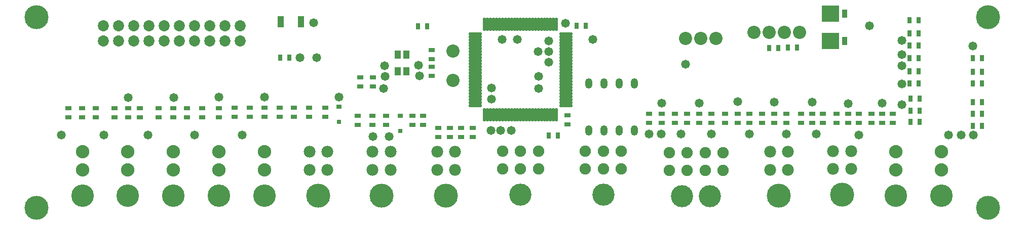
<source format=gts>
G04 Layer_Color=8388736*
%FSLAX44Y44*%
%MOMM*%
G71*
G01*
G75*
%ADD39R,0.7032X1.0032*%
%ADD40R,1.0032X0.7032*%
%ADD41O,0.5032X2.3032*%
%ADD42O,2.3032X0.5032*%
%ADD43R,2.8702X2.7432*%
%ADD44R,0.9652X1.4732*%
%ADD45R,1.0032X1.9032*%
%ADD46R,0.9532X0.7532*%
%ADD47R,0.7032X0.7532*%
%ADD48R,1.1032X1.4032*%
%ADD49C,1.9032*%
%ADD50C,3.7032*%
%ADD51C,4.0132*%
%ADD52C,2.2352*%
%ADD53C,3.7592*%
%ADD54C,1.9812*%
%ADD55C,1.8542*%
%ADD56C,2.2032*%
%ADD57O,1.2192X1.7272*%
%ADD58C,1.4732*%
D39*
X699890Y368300D02*
D03*
X714890D02*
D03*
X933330Y185420D02*
D03*
X918330D02*
D03*
X1641990Y222250D02*
D03*
X1626990D02*
D03*
X1521580Y273050D02*
D03*
X1536580D02*
D03*
X485020Y316230D02*
D03*
X470020D02*
D03*
X1537850Y227330D02*
D03*
X1522850D02*
D03*
X1536580Y356870D02*
D03*
X1521580D02*
D03*
X1641990Y201930D02*
D03*
X1626990D02*
D03*
Y314960D02*
D03*
X1641990D02*
D03*
X1521580D02*
D03*
X1536580D02*
D03*
Y378460D02*
D03*
X1521580D02*
D03*
X1318380Y332740D02*
D03*
X1333380D02*
D03*
X1521580Y293370D02*
D03*
X1536580D02*
D03*
X1641990Y292100D02*
D03*
X1626990D02*
D03*
X1537850Y208280D02*
D03*
X1522850D02*
D03*
X1626990Y241300D02*
D03*
X1641990D02*
D03*
X1537850Y247650D02*
D03*
X1522850D02*
D03*
X1286660Y332270D02*
D03*
X1301660D02*
D03*
X1536580Y336550D02*
D03*
X1521580D02*
D03*
X1641990Y273050D02*
D03*
X1626990D02*
D03*
X980320Y369570D02*
D03*
X965320D02*
D03*
D40*
X949960Y204590D02*
D03*
Y219590D02*
D03*
X722630Y300870D02*
D03*
Y285870D02*
D03*
X623570Y203320D02*
D03*
Y218320D02*
D03*
X1085850Y222130D02*
D03*
Y207130D02*
D03*
X443230Y232290D02*
D03*
Y217290D02*
D03*
X393700Y232290D02*
D03*
Y217290D02*
D03*
X115570Y231020D02*
D03*
Y216020D02*
D03*
X138430Y231020D02*
D03*
Y216020D02*
D03*
X492760Y232290D02*
D03*
Y217290D02*
D03*
X1275080Y222130D02*
D03*
Y207130D02*
D03*
X193040Y231020D02*
D03*
Y216020D02*
D03*
X1436370Y222130D02*
D03*
Y207130D02*
D03*
X1129030Y222130D02*
D03*
Y207130D02*
D03*
X1212850Y222130D02*
D03*
Y207130D02*
D03*
X1457960Y222130D02*
D03*
Y207130D02*
D03*
X468630Y232290D02*
D03*
Y217290D02*
D03*
X722630Y313810D02*
D03*
Y328810D02*
D03*
X234950Y216020D02*
D03*
Y231020D02*
D03*
X1169670Y222130D02*
D03*
Y207130D02*
D03*
X290830Y231020D02*
D03*
Y216020D02*
D03*
X1358900Y222130D02*
D03*
Y207130D02*
D03*
X599440Y203320D02*
D03*
Y218320D02*
D03*
X603250Y283090D02*
D03*
Y268090D02*
D03*
X544830Y232290D02*
D03*
Y217290D02*
D03*
X1234440Y222130D02*
D03*
Y207130D02*
D03*
X753110Y183000D02*
D03*
Y198000D02*
D03*
X646430Y218320D02*
D03*
Y203320D02*
D03*
X1399540Y222130D02*
D03*
Y207130D02*
D03*
X1493520Y222130D02*
D03*
Y207130D02*
D03*
X791210Y183000D02*
D03*
Y198000D02*
D03*
X772160Y183000D02*
D03*
Y198000D02*
D03*
X1189990Y222130D02*
D03*
Y207130D02*
D03*
X690880Y203320D02*
D03*
Y218320D02*
D03*
X1475740Y222130D02*
D03*
Y207130D02*
D03*
X624840Y283090D02*
D03*
Y268090D02*
D03*
X518160Y232290D02*
D03*
Y217290D02*
D03*
X1107440Y222130D02*
D03*
Y207130D02*
D03*
X215900Y231020D02*
D03*
Y216020D02*
D03*
X1253490Y222130D02*
D03*
Y207130D02*
D03*
X266700Y231020D02*
D03*
Y216020D02*
D03*
X1376680Y222130D02*
D03*
Y207130D02*
D03*
X1295400Y222130D02*
D03*
Y207130D02*
D03*
X1418590Y222130D02*
D03*
Y207130D02*
D03*
X419100Y232290D02*
D03*
Y217290D02*
D03*
X708660Y218320D02*
D03*
Y203320D02*
D03*
X367030Y231020D02*
D03*
Y216020D02*
D03*
X339090Y231020D02*
D03*
Y216020D02*
D03*
X161290D02*
D03*
Y231020D02*
D03*
X313690Y216020D02*
D03*
Y231020D02*
D03*
X734060Y183000D02*
D03*
Y198000D02*
D03*
X1315720Y222130D02*
D03*
Y207130D02*
D03*
X1149350Y222130D02*
D03*
Y207130D02*
D03*
X1339850Y222130D02*
D03*
Y207130D02*
D03*
D41*
X811220Y371910D02*
D03*
X816220D02*
D03*
X821220D02*
D03*
X826220D02*
D03*
X831220D02*
D03*
X836220D02*
D03*
X841220D02*
D03*
X846220D02*
D03*
X851220D02*
D03*
X856220D02*
D03*
X861220D02*
D03*
X866220D02*
D03*
X871220D02*
D03*
X876220D02*
D03*
X881220D02*
D03*
X886220D02*
D03*
X891220D02*
D03*
X896220D02*
D03*
X901220D02*
D03*
X906220D02*
D03*
X911220D02*
D03*
X916220D02*
D03*
X921220D02*
D03*
X926220D02*
D03*
X931220D02*
D03*
Y219910D02*
D03*
X926220D02*
D03*
X921220D02*
D03*
X916220D02*
D03*
X911220D02*
D03*
X906220D02*
D03*
X901220D02*
D03*
X896220D02*
D03*
X891220D02*
D03*
X886220D02*
D03*
X881220D02*
D03*
X876220D02*
D03*
X871220D02*
D03*
X866220D02*
D03*
X861220D02*
D03*
X856220D02*
D03*
X851220D02*
D03*
X846220D02*
D03*
X841220D02*
D03*
X836220D02*
D03*
X831220D02*
D03*
X826220D02*
D03*
X821220D02*
D03*
X816220D02*
D03*
X811220D02*
D03*
D42*
X947220Y355910D02*
D03*
Y350910D02*
D03*
Y345910D02*
D03*
Y340910D02*
D03*
Y335910D02*
D03*
Y330910D02*
D03*
Y325910D02*
D03*
Y320910D02*
D03*
Y315910D02*
D03*
Y310910D02*
D03*
Y305910D02*
D03*
Y300910D02*
D03*
Y295910D02*
D03*
Y290910D02*
D03*
Y285910D02*
D03*
Y280910D02*
D03*
Y275910D02*
D03*
Y270910D02*
D03*
Y265910D02*
D03*
Y260910D02*
D03*
Y255910D02*
D03*
Y250910D02*
D03*
Y245910D02*
D03*
Y240910D02*
D03*
Y235910D02*
D03*
X795220D02*
D03*
Y240910D02*
D03*
Y245910D02*
D03*
Y250910D02*
D03*
Y255910D02*
D03*
Y260910D02*
D03*
Y265910D02*
D03*
Y270910D02*
D03*
Y275910D02*
D03*
Y280910D02*
D03*
Y285910D02*
D03*
Y290910D02*
D03*
Y295910D02*
D03*
Y300910D02*
D03*
Y305910D02*
D03*
Y310910D02*
D03*
Y315910D02*
D03*
Y320910D02*
D03*
Y325910D02*
D03*
Y330910D02*
D03*
Y335910D02*
D03*
Y340910D02*
D03*
Y345910D02*
D03*
Y350910D02*
D03*
Y355910D02*
D03*
D43*
X1389380Y344170D02*
D03*
Y389890D02*
D03*
D44*
X1412875Y344170D02*
D03*
Y389890D02*
D03*
D45*
X470680Y375920D02*
D03*
X504680D02*
D03*
D46*
X567690Y233680D02*
D03*
X670560Y218440D02*
D03*
D47*
X567690Y208280D02*
D03*
X670560Y193040D02*
D03*
D48*
X665850Y293340D02*
D03*
Y321340D02*
D03*
X680350Y293340D02*
D03*
Y321340D02*
D03*
D49*
X979650Y159560D02*
D03*
Y129560D02*
D03*
X1039650D02*
D03*
X1009650D02*
D03*
X1039650Y159560D02*
D03*
X1009650D02*
D03*
X1119590Y157000D02*
D03*
X1149590D02*
D03*
X1179590D02*
D03*
X1209590D02*
D03*
X1119590Y127000D02*
D03*
X1149590D02*
D03*
X1179590D02*
D03*
X1209590D02*
D03*
X901220Y159560D02*
D03*
X871220D02*
D03*
X841220D02*
D03*
Y129560D02*
D03*
X901220D02*
D03*
X871220D02*
D03*
D50*
X1009650Y86360D02*
D03*
X1187990Y83800D02*
D03*
X1141190D02*
D03*
X871220Y86360D02*
D03*
D51*
X62230Y383540D02*
D03*
Y64770D02*
D03*
X1652270Y383540D02*
D03*
Y64770D02*
D03*
X638810Y85090D02*
D03*
X1303020D02*
D03*
X746760D02*
D03*
X1408430Y86360D02*
D03*
X533400Y85090D02*
D03*
D52*
X1574800Y158242D02*
D03*
Y128270D02*
D03*
X443230Y158242D02*
D03*
Y128270D02*
D03*
X139700Y158242D02*
D03*
Y128270D02*
D03*
X214630Y158242D02*
D03*
Y128270D02*
D03*
X367030Y158242D02*
D03*
Y128270D02*
D03*
X290830Y158242D02*
D03*
Y128270D02*
D03*
X1498600Y158242D02*
D03*
Y128270D02*
D03*
D53*
X1574800Y85090D02*
D03*
X443230D02*
D03*
X139700D02*
D03*
X214630D02*
D03*
X367030D02*
D03*
X290830D02*
D03*
X1498600D02*
D03*
D54*
X653796Y158242D02*
D03*
X623824D02*
D03*
X653796Y128270D02*
D03*
X623824D02*
D03*
X1318006Y158242D02*
D03*
X1288034D02*
D03*
X1318006Y128270D02*
D03*
X1288034D02*
D03*
X761746Y158242D02*
D03*
X731774D02*
D03*
X761746Y128270D02*
D03*
X731774D02*
D03*
X1423416Y159512D02*
D03*
X1393444D02*
D03*
X1423416Y129540D02*
D03*
X1393444D02*
D03*
X548386Y158242D02*
D03*
X518414D02*
D03*
X548386Y128270D02*
D03*
X518414D02*
D03*
D55*
X173990Y369570D02*
D03*
Y344170D02*
D03*
X199390D02*
D03*
Y369570D02*
D03*
X250190D02*
D03*
Y344170D02*
D03*
X224790D02*
D03*
Y369570D02*
D03*
X326390D02*
D03*
Y344170D02*
D03*
X351790D02*
D03*
Y369570D02*
D03*
X300990D02*
D03*
Y344170D02*
D03*
X275590D02*
D03*
Y369570D02*
D03*
X402590D02*
D03*
Y344170D02*
D03*
X377190D02*
D03*
Y369570D02*
D03*
D56*
X1197610Y347980D02*
D03*
X1172210D02*
D03*
X1146810D02*
D03*
X758190Y277860D02*
D03*
Y326660D02*
D03*
X1286510Y358140D02*
D03*
X1261110D02*
D03*
X1311910D02*
D03*
X1337310D02*
D03*
D57*
X985520Y194310D02*
D03*
X1010920D02*
D03*
X1036320D02*
D03*
X1061720D02*
D03*
X985520Y273050D02*
D03*
X1061720D02*
D03*
X1010920D02*
D03*
X1036320D02*
D03*
D58*
X918210Y326390D02*
D03*
Y308610D02*
D03*
X946150Y373380D02*
D03*
X901700Y284480D02*
D03*
X866140Y346710D02*
D03*
X822960Y246380D02*
D03*
X1508760Y302260D02*
D03*
X1475740Y240030D02*
D03*
X1418590Y238760D02*
D03*
X1358900Y241300D02*
D03*
X1295400D02*
D03*
X1234440Y242570D02*
D03*
X1169670Y240030D02*
D03*
X1107440D02*
D03*
X1626870Y335280D02*
D03*
X1628140Y186690D02*
D03*
X1508760Y271780D02*
D03*
X840740Y346710D02*
D03*
X104140Y186690D02*
D03*
X1586230D02*
D03*
X702310Y285750D02*
D03*
X701040Y303530D02*
D03*
X651510Y184150D02*
D03*
X642620Y264160D02*
D03*
X645160Y284480D02*
D03*
X1508760Y237490D02*
D03*
X1315720Y187960D02*
D03*
X1253490D02*
D03*
X1365250D02*
D03*
X1139190D02*
D03*
X624840Y184150D02*
D03*
X1607820Y186690D02*
D03*
X525780Y374650D02*
D03*
X1454150Y369570D02*
D03*
X991870Y346710D02*
D03*
X502920Y316230D02*
D03*
X643890Y302260D02*
D03*
X1085850Y187960D02*
D03*
X1436370Y186690D02*
D03*
X1189990Y187960D02*
D03*
X1106170D02*
D03*
X822960Y265430D02*
D03*
X838200Y194310D02*
D03*
X821690D02*
D03*
X855980D02*
D03*
X248920Y186690D02*
D03*
X326390D02*
D03*
X406400D02*
D03*
X175260D02*
D03*
X1146810Y304800D02*
D03*
X918210Y344170D02*
D03*
X900430Y326390D02*
D03*
X901700Y264160D02*
D03*
X1508760Y321310D02*
D03*
Y344492D02*
D03*
X530860Y316230D02*
D03*
X367030Y250190D02*
D03*
X292100Y248920D02*
D03*
X215900D02*
D03*
X443230Y250190D02*
D03*
X567690D02*
D03*
M02*

</source>
